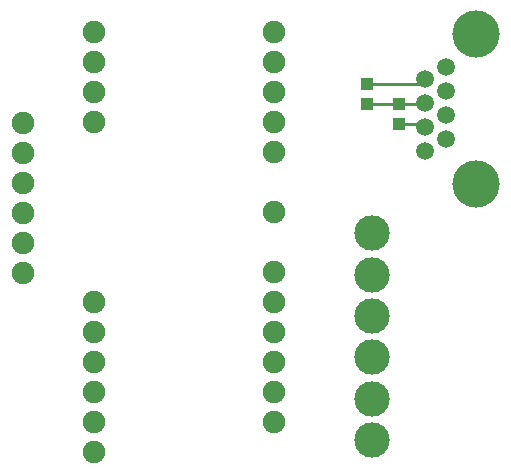
<source format=gbr>
G04 DipTrace 3.0.0.2*
G04 Bottom.gbr*
%MOIN*%
G04 #@! TF.FileFunction,Copper,L2,Bot*
G04 #@! TF.Part,Single*
G04 #@! TA.AperFunction,Conductor*
%ADD14C,0.01*%
%ADD15R,0.03937X0.043307*%
G04 #@! TA.AperFunction,ComponentPad*
%ADD16C,0.074803*%
%ADD17C,0.15748*%
%ADD18C,0.11811*%
%ADD19C,0.059055*%
%FSLAX26Y26*%
G04*
G70*
G90*
G75*
G01*
G04 Bottom*
%LPD*%
X1143870Y362507D2*
D14*
X1252619D1*
X1333986D1*
X1337241Y365762D1*
X1143870Y429436D2*
X1320757D1*
X1337241Y445920D1*
X1252619Y295577D2*
X1327112D1*
X1337241Y285448D1*
D15*
X1143870Y429436D3*
Y362507D3*
D16*
X236220Y601436D3*
Y501436D3*
Y401436D3*
Y301436D3*
Y-298564D3*
Y-398564D3*
Y-498564D3*
Y-598564D3*
Y-698564D3*
Y-798564D3*
D17*
X1507320Y95133D3*
D16*
X836220Y-698564D3*
Y-598564D3*
Y-498564D3*
Y-398564D3*
Y-298564D3*
Y-198564D3*
Y1436D3*
X836283Y201436D3*
Y301404D3*
X836220Y401436D3*
Y501436D3*
Y601436D3*
D18*
X1161046Y-68508D3*
Y-206303D3*
D16*
X0Y300000D3*
Y200000D3*
Y100000D3*
Y0D3*
Y-100000D3*
D18*
X1161046Y-344098D3*
Y-481894D3*
Y-619689D3*
Y-757484D3*
D17*
X1507320Y595133D3*
D19*
X1407320Y245133D3*
Y325448D3*
Y405762D3*
Y486077D3*
X1337241Y285448D3*
Y365762D3*
Y205133D3*
Y445920D3*
D15*
X1252619Y295577D3*
Y362507D3*
D16*
X0Y-200000D3*
M02*

</source>
